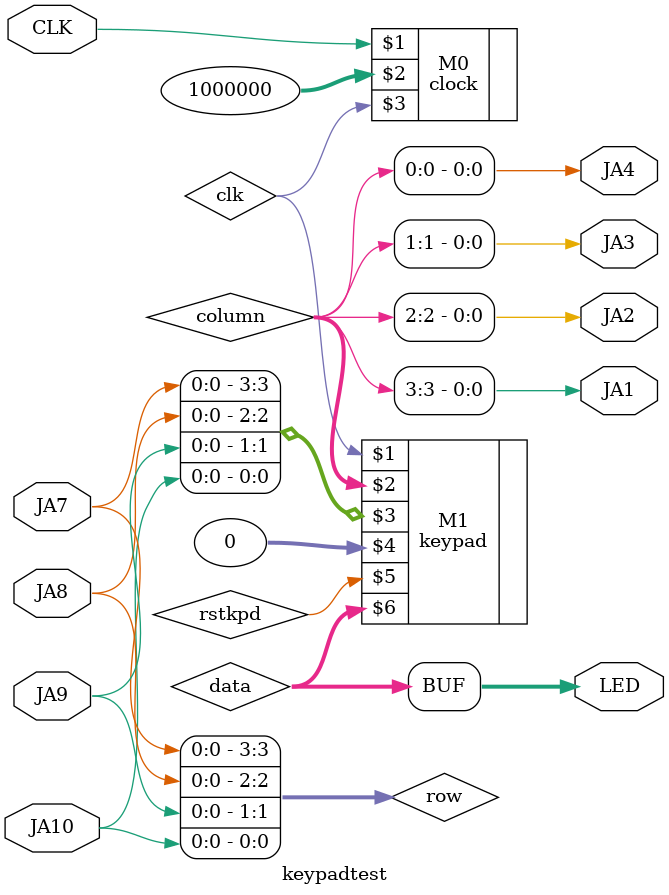
<source format=v>

module keypadtest(input CLK, input JA7, JA8, JA9, JA10,
                  output JA1, JA2, JA3, JA4, output [7:0] LED);

wire [7:0] data;
wire [3:0] column;
wire [3:0] row;

assign LED=data;

assign JA1=column[3];
assign JA2=column[2];
assign JA3=column[1];
assign JA4=column[0];

assign row[3]=JA7;
assign row[2]=JA8;
assign row[1]=JA9;
assign row[0]=JA10;

clock M0 (CLK, 1000000, clk);		//50 Hz clock
keypad M1 (clk, column, row, 0, rstkpd, data);
	
endmodule


</source>
